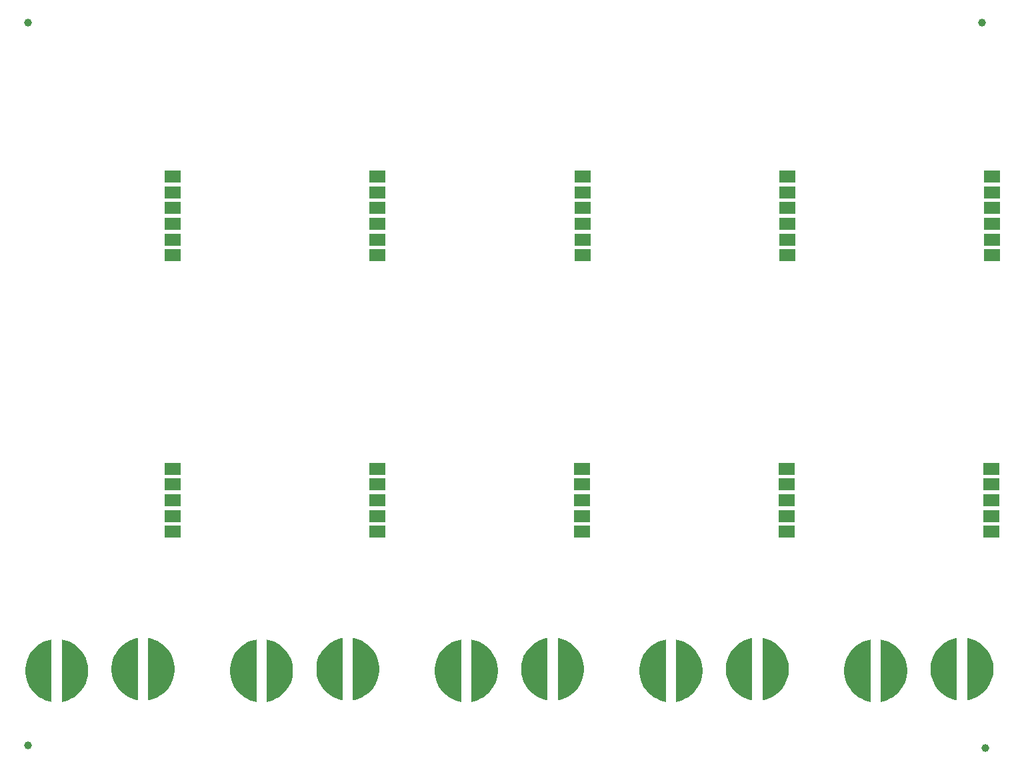
<source format=gtp>
G04*
G04 #@! TF.GenerationSoftware,Altium Limited,Altium Designer,19.1.8 (144)*
G04*
G04 Layer_Color=8421504*
%FSAX25Y25*%
%MOIN*%
G70*
G01*
G75*
%ADD10C,0.03937*%
%ADD12R,0.07874X0.05906*%
G36*
X0517566Y0074129D02*
X0519343Y0073617D01*
X0521048Y0072900D01*
X0522657Y0071989D01*
X0524149Y0070896D01*
X0525502Y0069636D01*
X0526699Y0068226D01*
X0527723Y0066686D01*
X0528559Y0065036D01*
X0529196Y0063300D01*
X0529626Y0061502D01*
X0529843Y0059665D01*
Y0058740D01*
X0529843Y0057816D01*
X0529626Y0055979D01*
X0529196Y0054180D01*
X0528559Y0052444D01*
X0527723Y0050795D01*
X0526699Y0049255D01*
X0525502Y0047845D01*
X0524149Y0046584D01*
X0522657Y0045491D01*
X0521048Y0044580D01*
X0519343Y0043864D01*
X0517566Y0043352D01*
X0516653Y0043202D01*
X0516653Y0043202D01*
Y0074279D01*
X0517566Y0074129D01*
D02*
G37*
G36*
X0415204D02*
X0416981Y0073617D01*
X0418686Y0072900D01*
X0420295Y0071989D01*
X0421787Y0070896D01*
X0423140Y0069636D01*
X0424337Y0068226D01*
X0425360Y0066686D01*
X0426197Y0065036D01*
X0426834Y0063300D01*
X0427264Y0061502D01*
X0427480Y0059665D01*
Y0058740D01*
X0427480Y0057816D01*
X0427264Y0055979D01*
X0426834Y0054180D01*
X0426197Y0052444D01*
X0425360Y0050795D01*
X0424337Y0049255D01*
X0423140Y0047845D01*
X0421787Y0046584D01*
X0420295Y0045491D01*
X0418686Y0044580D01*
X0416981Y0043864D01*
X0415204Y0043352D01*
X0414291Y0043202D01*
X0414291Y0043202D01*
Y0074279D01*
X0415204Y0074129D01*
D02*
G37*
G36*
X0312842D02*
X0314618Y0073617D01*
X0316323Y0072900D01*
X0317933Y0071989D01*
X0319425Y0070896D01*
X0320778Y0069636D01*
X0321975Y0068226D01*
X0322998Y0066686D01*
X0323834Y0065036D01*
X0324472Y0063300D01*
X0324902Y0061502D01*
X0325118Y0059665D01*
Y0058740D01*
X0325118Y0057816D01*
X0324902Y0055979D01*
X0324472Y0054180D01*
X0323834Y0052444D01*
X0322998Y0050795D01*
X0321975Y0049255D01*
X0320778Y0047845D01*
X0319425Y0046584D01*
X0317933Y0045491D01*
X0316323Y0044580D01*
X0314619Y0043864D01*
X0312842Y0043352D01*
X0311929Y0043202D01*
X0311929Y0043202D01*
Y0074279D01*
X0312842Y0074129D01*
D02*
G37*
G36*
X0210479D02*
X0212256Y0073617D01*
X0213961Y0072900D01*
X0215571Y0071989D01*
X0217062Y0070896D01*
X0218416Y0069636D01*
X0219613Y0068226D01*
X0220636Y0066686D01*
X0221472Y0065036D01*
X0222110Y0063300D01*
X0222540Y0061502D01*
X0222756Y0059665D01*
Y0058740D01*
X0222756Y0057816D01*
X0222540Y0055979D01*
X0222110Y0054180D01*
X0221472Y0052444D01*
X0220636Y0050795D01*
X0219613Y0049255D01*
X0218416Y0047845D01*
X0217062Y0046584D01*
X0215571Y0045491D01*
X0213961Y0044580D01*
X0212256Y0043864D01*
X0210479Y0043352D01*
X0209567Y0043202D01*
X0209567Y0043202D01*
Y0074279D01*
X0210479Y0074129D01*
D02*
G37*
G36*
X0108117D02*
X0109894Y0073617D01*
X0111599Y0072900D01*
X0113208Y0071989D01*
X0114700Y0070896D01*
X0116054Y0069636D01*
X0117250Y0068226D01*
X0118274Y0066686D01*
X0119110Y0065036D01*
X0119747Y0063300D01*
X0120177Y0061502D01*
X0120394Y0059665D01*
Y0058740D01*
X0120394Y0057816D01*
X0120177Y0055979D01*
X0119747Y0054180D01*
X0119110Y0052444D01*
X0118274Y0050795D01*
X0117250Y0049255D01*
X0116054Y0047845D01*
X0114700Y0046584D01*
X0113208Y0045491D01*
X0111599Y0044580D01*
X0109894Y0043864D01*
X0108117Y0043352D01*
X0107205Y0043202D01*
X0107205Y0043202D01*
Y0074279D01*
X0108117Y0074129D01*
D02*
G37*
G36*
X0511535Y0043202D02*
X0510623Y0043352D01*
X0508846Y0043864D01*
X0507141Y0044580D01*
X0505532Y0045491D01*
X0504040Y0046584D01*
X0502687Y0047844D01*
X0501490Y0049254D01*
X0500466Y0050795D01*
X0499630Y0052444D01*
X0498993Y0054180D01*
X0498563Y0055979D01*
X0498346Y0057815D01*
Y0058740D01*
Y0058740D01*
X0498346Y0059665D01*
X0498563Y0061501D01*
X0498993Y0063300D01*
X0499630Y0065036D01*
X0500466Y0066686D01*
X0501490Y0068226D01*
X0502686Y0069636D01*
X0504040Y0070896D01*
X0505532Y0071989D01*
X0507141Y0072900D01*
X0508846Y0073617D01*
X0510623Y0074129D01*
X0511535Y0074279D01*
X0511535Y0074279D01*
X0511535Y0043202D01*
D02*
G37*
G36*
X0409173D02*
X0408261Y0043352D01*
X0406484Y0043864D01*
X0404779Y0044580D01*
X0403169Y0045491D01*
X0401678Y0046584D01*
X0400324Y0047844D01*
X0399128Y0049254D01*
X0398104Y0050795D01*
X0397268Y0052444D01*
X0396630Y0054180D01*
X0396200Y0055979D01*
X0395984Y0057815D01*
Y0058740D01*
Y0058740D01*
X0395984Y0059665D01*
X0396200Y0061501D01*
X0396630Y0063300D01*
X0397268Y0065036D01*
X0398104Y0066686D01*
X0399128Y0068226D01*
X0400324Y0069636D01*
X0401678Y0070896D01*
X0403169Y0071989D01*
X0404779Y0072900D01*
X0406484Y0073617D01*
X0408261Y0074129D01*
X0409173Y0074279D01*
X0409173Y0074279D01*
X0409173Y0043202D01*
D02*
G37*
G36*
X0306811D02*
X0305899Y0043352D01*
X0304122Y0043864D01*
X0302417Y0044580D01*
X0300807Y0045491D01*
X0299316Y0046584D01*
X0297962Y0047844D01*
X0296765Y0049254D01*
X0295742Y0050795D01*
X0294906Y0052444D01*
X0294268Y0054180D01*
X0293838Y0055979D01*
X0293622Y0057815D01*
Y0058740D01*
Y0058740D01*
X0293622Y0059665D01*
X0293838Y0061501D01*
X0294268Y0063300D01*
X0294906Y0065036D01*
X0295742Y0066686D01*
X0296765Y0068226D01*
X0297962Y0069636D01*
X0299316Y0070896D01*
X0300807Y0071989D01*
X0302417Y0072900D01*
X0304121Y0073617D01*
X0305899Y0074129D01*
X0306811Y0074279D01*
X0306811Y0074279D01*
X0306811Y0043202D01*
D02*
G37*
G36*
X0204449D02*
X0203536Y0043352D01*
X0201759Y0043864D01*
X0200055Y0044580D01*
X0198445Y0045491D01*
X0196953Y0046584D01*
X0195600Y0047844D01*
X0194403Y0049254D01*
X0193380Y0050795D01*
X0192543Y0052444D01*
X0191906Y0054180D01*
X0191476Y0055979D01*
X0191260Y0057815D01*
Y0058740D01*
Y0058740D01*
X0191260Y0059665D01*
X0191476Y0061501D01*
X0191906Y0063300D01*
X0192543Y0065036D01*
X0193380Y0066686D01*
X0194403Y0068226D01*
X0195600Y0069636D01*
X0196953Y0070896D01*
X0198445Y0071989D01*
X0200054Y0072900D01*
X0201759Y0073617D01*
X0203536Y0074129D01*
X0204449Y0074279D01*
X0204449Y0074279D01*
X0204449Y0043202D01*
D02*
G37*
G36*
X0102087D02*
X0101174Y0043352D01*
X0099397Y0043864D01*
X0097692Y0044580D01*
X0096083Y0045491D01*
X0094591Y0046584D01*
X0093238Y0047844D01*
X0092041Y0049254D01*
X0091018Y0050795D01*
X0090181Y0052444D01*
X0089544Y0054180D01*
X0089114Y0055979D01*
X0088898Y0057815D01*
Y0058740D01*
Y0058740D01*
X0088898Y0059665D01*
X0089114Y0061501D01*
X0089544Y0063300D01*
X0090181Y0065036D01*
X0091017Y0066686D01*
X0092041Y0068226D01*
X0093238Y0069636D01*
X0094591Y0070896D01*
X0096083Y0071989D01*
X0097692Y0072900D01*
X0099397Y0073617D01*
X0101174Y0074129D01*
X0102087Y0074279D01*
X0102087Y0074279D01*
X0102087Y0043202D01*
D02*
G37*
G36*
X0474377Y0073263D02*
X0476154Y0072751D01*
X0477859Y0072034D01*
X0479468Y0071123D01*
X0480960Y0070030D01*
X0482313Y0068770D01*
X0483510Y0067360D01*
X0484534Y0065820D01*
X0485370Y0064170D01*
X0486007Y0062434D01*
X0486437Y0060636D01*
X0486654Y0058799D01*
Y0057874D01*
X0486654Y0056950D01*
X0486437Y0055113D01*
X0486007Y0053314D01*
X0485370Y0051578D01*
X0484534Y0049929D01*
X0483510Y0048388D01*
X0482313Y0046979D01*
X0480960Y0045718D01*
X0479468Y0044625D01*
X0477859Y0043714D01*
X0476154Y0042998D01*
X0474377Y0042486D01*
X0473464Y0042335D01*
X0473464Y0042335D01*
Y0073413D01*
X0474377Y0073263D01*
D02*
G37*
G36*
X0372015D02*
X0373792Y0072751D01*
X0375497Y0072034D01*
X0377106Y0071123D01*
X0378598Y0070030D01*
X0379951Y0068770D01*
X0381148Y0067360D01*
X0382172Y0065820D01*
X0383008Y0064170D01*
X0383645Y0062434D01*
X0384075Y0060636D01*
X0384291Y0058799D01*
Y0057874D01*
X0384291Y0056950D01*
X0384075Y0055113D01*
X0383645Y0053314D01*
X0383008Y0051578D01*
X0382172Y0049929D01*
X0381148Y0048388D01*
X0379951Y0046979D01*
X0378598Y0045718D01*
X0377106Y0044625D01*
X0375497Y0043714D01*
X0373792Y0042998D01*
X0372015Y0042486D01*
X0371102Y0042335D01*
X0371102Y0042335D01*
Y0073413D01*
X0372015Y0073263D01*
D02*
G37*
G36*
X0269653D02*
X0271430Y0072751D01*
X0273134Y0072034D01*
X0274744Y0071123D01*
X0276236Y0070030D01*
X0277589Y0068770D01*
X0278786Y0067360D01*
X0279809Y0065820D01*
X0280645Y0064170D01*
X0281283Y0062434D01*
X0281713Y0060636D01*
X0281929Y0058799D01*
Y0057874D01*
X0281929Y0056950D01*
X0281713Y0055113D01*
X0281283Y0053314D01*
X0280645Y0051578D01*
X0279809Y0049929D01*
X0278786Y0048388D01*
X0277589Y0046979D01*
X0276236Y0045718D01*
X0274744Y0044625D01*
X0273134Y0043714D01*
X0271430Y0042998D01*
X0269653Y0042486D01*
X0268740Y0042335D01*
X0268740Y0042335D01*
Y0073413D01*
X0269653Y0073263D01*
D02*
G37*
G36*
X0167290D02*
X0169067Y0072751D01*
X0170772Y0072034D01*
X0172382Y0071123D01*
X0173873Y0070030D01*
X0175227Y0068770D01*
X0176424Y0067360D01*
X0177447Y0065820D01*
X0178283Y0064170D01*
X0178921Y0062434D01*
X0179351Y0060636D01*
X0179567Y0058799D01*
Y0057874D01*
X0179567Y0056950D01*
X0179351Y0055113D01*
X0178921Y0053314D01*
X0178283Y0051578D01*
X0177447Y0049929D01*
X0176424Y0048388D01*
X0175227Y0046979D01*
X0173873Y0045718D01*
X0172382Y0044625D01*
X0170772Y0043714D01*
X0169067Y0042998D01*
X0167290Y0042486D01*
X0166378Y0042335D01*
X0166378Y0042335D01*
Y0073413D01*
X0167290Y0073263D01*
D02*
G37*
G36*
X0064928D02*
X0066705Y0072751D01*
X0068410Y0072034D01*
X0070020Y0071123D01*
X0071511Y0070030D01*
X0072865Y0068770D01*
X0074061Y0067360D01*
X0075085Y0065820D01*
X0075921Y0064170D01*
X0076559Y0062434D01*
X0076988Y0060636D01*
X0077205Y0058799D01*
Y0057874D01*
X0077205Y0056950D01*
X0076988Y0055113D01*
X0076559Y0053314D01*
X0075921Y0051578D01*
X0075085Y0049929D01*
X0074061Y0048388D01*
X0072865Y0046979D01*
X0071511Y0045718D01*
X0070020Y0044625D01*
X0068410Y0043714D01*
X0066705Y0042998D01*
X0064928Y0042486D01*
X0064016Y0042335D01*
X0064016Y0042335D01*
Y0073413D01*
X0064928Y0073263D01*
D02*
G37*
G36*
X0468346Y0042335D02*
X0467434Y0042486D01*
X0465657Y0042998D01*
X0463952Y0043714D01*
X0462343Y0044625D01*
X0460851Y0045718D01*
X0459497Y0046978D01*
X0458301Y0048388D01*
X0457277Y0049929D01*
X0456441Y0051578D01*
X0455804Y0053314D01*
X0455374Y0055113D01*
X0455157Y0056949D01*
Y0057874D01*
Y0057874D01*
X0455157Y0058799D01*
X0455374Y0060635D01*
X0455804Y0062434D01*
X0456441Y0064170D01*
X0457277Y0065820D01*
X0458301Y0067360D01*
X0459497Y0068770D01*
X0460851Y0070030D01*
X0462343Y0071123D01*
X0463952Y0072034D01*
X0465657Y0072751D01*
X0467434Y0073263D01*
X0468346Y0073413D01*
X0468346Y0073413D01*
X0468346Y0042335D01*
D02*
G37*
G36*
X0365984D02*
X0365072Y0042486D01*
X0363295Y0042998D01*
X0361590Y0043714D01*
X0359981Y0044625D01*
X0358489Y0045718D01*
X0357135Y0046978D01*
X0355939Y0048388D01*
X0354915Y0049929D01*
X0354079Y0051578D01*
X0353441Y0053314D01*
X0353011Y0055113D01*
X0352795Y0056949D01*
Y0057874D01*
Y0057874D01*
X0352795Y0058799D01*
X0353011Y0060635D01*
X0353441Y0062434D01*
X0354079Y0064170D01*
X0354915Y0065820D01*
X0355939Y0067360D01*
X0357135Y0068770D01*
X0358489Y0070030D01*
X0359981Y0071123D01*
X0361590Y0072034D01*
X0363295Y0072751D01*
X0365072Y0073263D01*
X0365984Y0073413D01*
X0365984Y0073413D01*
X0365984Y0042335D01*
D02*
G37*
G36*
X0263622D02*
X0262710Y0042486D01*
X0260933Y0042998D01*
X0259228Y0043714D01*
X0257618Y0044625D01*
X0256127Y0045718D01*
X0254773Y0046978D01*
X0253576Y0048388D01*
X0252553Y0049929D01*
X0251717Y0051578D01*
X0251079Y0053314D01*
X0250649Y0055113D01*
X0250433Y0056949D01*
Y0057874D01*
Y0057874D01*
X0250433Y0058799D01*
X0250649Y0060635D01*
X0251079Y0062434D01*
X0251717Y0064170D01*
X0252553Y0065820D01*
X0253576Y0067360D01*
X0254773Y0068770D01*
X0256127Y0070030D01*
X0257618Y0071123D01*
X0259228Y0072034D01*
X0260933Y0072751D01*
X0262710Y0073263D01*
X0263622Y0073413D01*
X0263622Y0073413D01*
X0263622Y0042335D01*
D02*
G37*
G36*
X0161260D02*
X0160347Y0042486D01*
X0158570Y0042998D01*
X0156866Y0043714D01*
X0155256Y0044625D01*
X0153764Y0045718D01*
X0152411Y0046978D01*
X0151214Y0048388D01*
X0150191Y0049929D01*
X0149355Y0051578D01*
X0148717Y0053314D01*
X0148287Y0055113D01*
X0148071Y0056949D01*
Y0057874D01*
Y0057874D01*
X0148071Y0058799D01*
X0148287Y0060635D01*
X0148717Y0062434D01*
X0149354Y0064170D01*
X0150191Y0065820D01*
X0151214Y0067360D01*
X0152411Y0068770D01*
X0153764Y0070030D01*
X0155256Y0071123D01*
X0156865Y0072034D01*
X0158570Y0072751D01*
X0160347Y0073263D01*
X0161260Y0073413D01*
X0161260Y0073413D01*
X0161260Y0042335D01*
D02*
G37*
G36*
X0058898D02*
X0057985Y0042486D01*
X0056208Y0042998D01*
X0054503Y0043714D01*
X0052894Y0044625D01*
X0051402Y0045718D01*
X0050049Y0046978D01*
X0048852Y0048388D01*
X0047829Y0049929D01*
X0046992Y0051578D01*
X0046355Y0053314D01*
X0045925Y0055113D01*
X0045709Y0056949D01*
Y0057874D01*
Y0057874D01*
X0045709Y0058799D01*
X0045925Y0060635D01*
X0046355Y0062434D01*
X0046992Y0064170D01*
X0047829Y0065820D01*
X0048852Y0067360D01*
X0050049Y0068770D01*
X0051402Y0070030D01*
X0052894Y0071123D01*
X0054503Y0072034D01*
X0056208Y0072751D01*
X0057985Y0073263D01*
X0058898Y0073413D01*
X0058898Y0073413D01*
X0058898Y0042335D01*
D02*
G37*
D10*
X0047244Y0382323D02*
D03*
X0525669Y0019331D02*
D03*
X0524016Y0382323D02*
D03*
X0047244Y0020394D02*
D03*
D12*
X0119460Y0158957D02*
D03*
Y0151083D02*
D03*
Y0143209D02*
D03*
Y0127461D02*
D03*
Y0135335D02*
D03*
X0119528Y0281496D02*
D03*
Y0265748D02*
D03*
Y0273622D02*
D03*
Y0289370D02*
D03*
Y0297244D02*
D03*
Y0305118D02*
D03*
X0221822Y0158957D02*
D03*
Y0151083D02*
D03*
Y0143209D02*
D03*
Y0127461D02*
D03*
Y0135335D02*
D03*
X0221890Y0281496D02*
D03*
Y0265748D02*
D03*
Y0273622D02*
D03*
Y0289370D02*
D03*
Y0297244D02*
D03*
Y0305118D02*
D03*
X0324184Y0158957D02*
D03*
Y0151083D02*
D03*
Y0143209D02*
D03*
Y0127461D02*
D03*
Y0135335D02*
D03*
X0324252Y0281496D02*
D03*
Y0265748D02*
D03*
Y0273622D02*
D03*
Y0289370D02*
D03*
Y0297244D02*
D03*
Y0305118D02*
D03*
X0426547Y0158957D02*
D03*
Y0151083D02*
D03*
Y0143209D02*
D03*
Y0127461D02*
D03*
Y0135335D02*
D03*
X0426614Y0281496D02*
D03*
Y0265748D02*
D03*
Y0273622D02*
D03*
Y0289370D02*
D03*
Y0297244D02*
D03*
Y0305118D02*
D03*
X0528909Y0158957D02*
D03*
Y0151083D02*
D03*
Y0143209D02*
D03*
Y0127461D02*
D03*
Y0135335D02*
D03*
X0528976Y0281496D02*
D03*
Y0265748D02*
D03*
Y0273622D02*
D03*
Y0289370D02*
D03*
Y0297244D02*
D03*
Y0305118D02*
D03*
M02*

</source>
